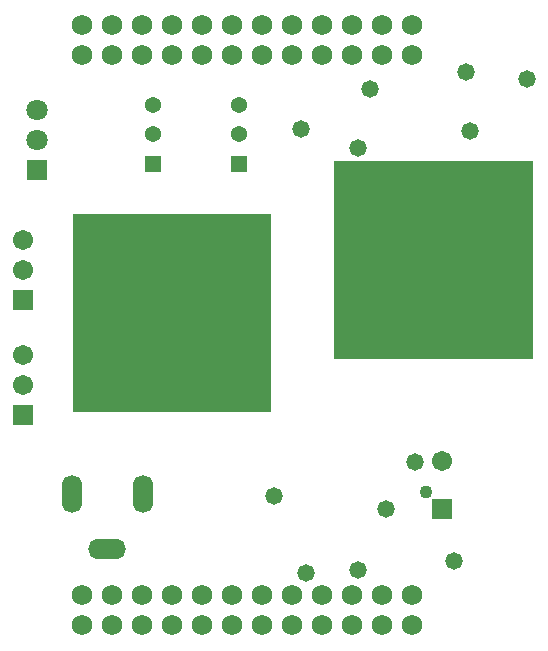
<source format=gbs>
G04*
G04 #@! TF.GenerationSoftware,Altium Limited,Altium Designer,21.9.1 (22)*
G04*
G04 Layer_Color=16711935*
%FSLAX44Y44*%
%MOMM*%
G71*
G04*
G04 #@! TF.SameCoordinates,79196508-F500-4B14-A944-684D4DD7C553*
G04*
G04*
G04 #@! TF.FilePolarity,Negative*
G04*
G01*
G75*
%ADD48C,1.8032*%
%ADD49R,1.8032X1.8032*%
%ADD50C,1.3716*%
%ADD51R,1.3716X1.3716*%
%ADD52R,1.7032X1.7032*%
%ADD53C,1.7032*%
%ADD54C,1.7272*%
%ADD55O,1.7032X3.2032*%
%ADD56O,3.2032X1.7032*%
%ADD57C,1.2032*%
%ADD58C,1.4732*%
%ADD59C,1.1032*%
G36*
X251841Y198008D02*
X83742D01*
X83744Y365787D01*
X251841D01*
Y198008D01*
D02*
G37*
G36*
X473251Y243393D02*
X305153D01*
X305155Y411172D01*
X473251D01*
Y243393D01*
D02*
G37*
D48*
X53135Y454094D02*
D03*
Y428694D02*
D03*
D49*
Y403293D02*
D03*
D50*
X152127Y433763D02*
D03*
Y458763D02*
D03*
X224514Y433763D02*
D03*
Y458763D02*
D03*
D51*
X152127Y408763D02*
D03*
X224514D02*
D03*
D52*
X41785Y195845D02*
D03*
Y292846D02*
D03*
X396851Y116049D02*
D03*
D53*
X41785Y221245D02*
D03*
Y246645D02*
D03*
Y318246D02*
D03*
Y343646D02*
D03*
X396851Y157120D02*
D03*
D54*
X370762Y525841D02*
D03*
X345362D02*
D03*
X319962D02*
D03*
X294562D02*
D03*
X269162D02*
D03*
X243762D02*
D03*
X218362D02*
D03*
X192962D02*
D03*
X167562D02*
D03*
X142162D02*
D03*
X116762D02*
D03*
X91362D02*
D03*
X370762Y500441D02*
D03*
X345362D02*
D03*
X319962D02*
D03*
X294562D02*
D03*
X269162D02*
D03*
X243762D02*
D03*
X218362D02*
D03*
X192962D02*
D03*
X167562D02*
D03*
X142162D02*
D03*
X116762D02*
D03*
X91362D02*
D03*
Y17841D02*
D03*
X116762D02*
D03*
X142162D02*
D03*
X167562D02*
D03*
X192962D02*
D03*
X218362D02*
D03*
X243762D02*
D03*
X269162D02*
D03*
X294562D02*
D03*
X319962D02*
D03*
X345362D02*
D03*
X370762D02*
D03*
X91362Y43241D02*
D03*
X142162D02*
D03*
X167562D02*
D03*
X192962D02*
D03*
X218362D02*
D03*
X243762D02*
D03*
X269162D02*
D03*
X294562D02*
D03*
X319962D02*
D03*
X345362D02*
D03*
X370762D02*
D03*
X116762D02*
D03*
D55*
X143124Y129044D02*
D03*
X83124D02*
D03*
D56*
X113124Y82043D02*
D03*
D57*
X155100Y274828D02*
D03*
X394097Y266099D02*
D03*
X394051Y277638D02*
D03*
Y289088D02*
D03*
X166380Y291068D02*
D03*
X176117Y274838D02*
D03*
D58*
X325686Y422291D02*
D03*
X335883Y472102D02*
D03*
X420537Y436298D02*
D03*
X277386Y438055D02*
D03*
X468254Y480534D02*
D03*
X416678Y486613D02*
D03*
X254540Y127254D02*
D03*
X281635Y61831D02*
D03*
X325568Y64650D02*
D03*
X348713Y116226D02*
D03*
X373751Y156145D02*
D03*
X406757Y72413D02*
D03*
D59*
X383111Y130979D02*
D03*
M02*

</source>
